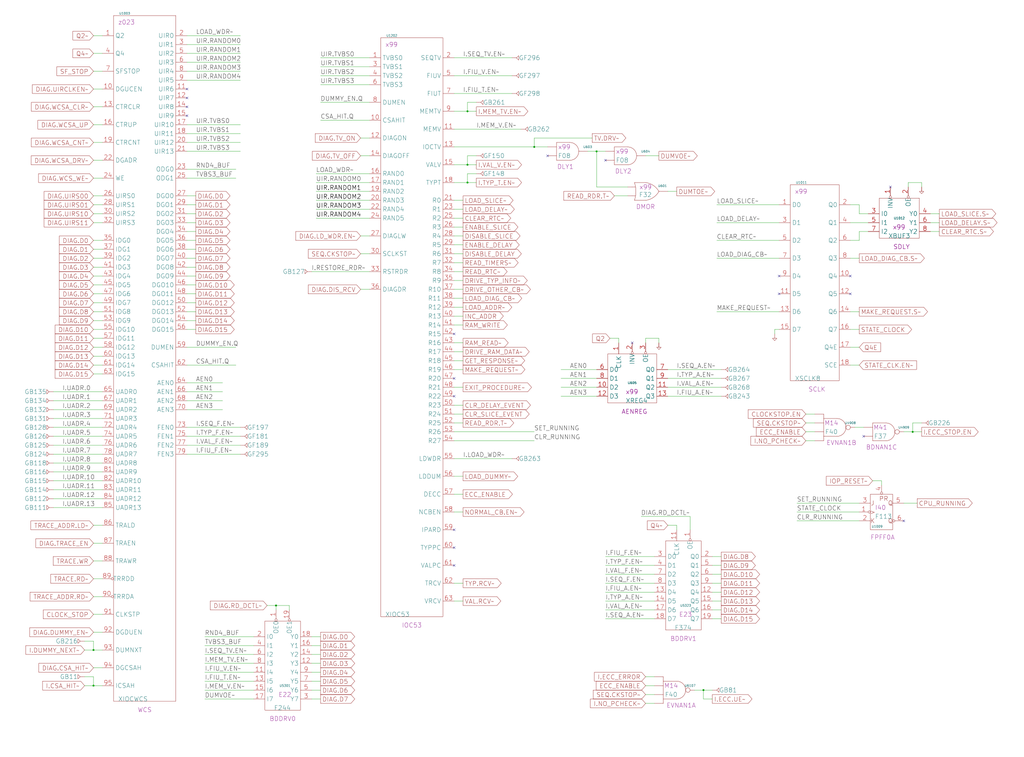
<source format=kicad_sch>
(kicad_sch (version 20230121) (generator eeschema)
  (paper "User" 584.2 431.8)
  (title_block (title "CONTROL STORE\\nRAMS / UIR") (date "22-SEP-90") (rev "2.0") (comment 1 "IOC") (comment 2 "232-003061") (comment 3 "S400") (comment 4 "RELEASED"))
  (junction (at 266.7 93.98))
  (junction (at 520.7 246.38))
  (junction (at 401.32 393.7))
  (junction (at 266.7 63.5))
  (junction (at 304.8 83.82))
  (junction (at 157.48 345.44))
  (junction (at 53.34 370.84))
  (junction (at 53.34 391.16))
  (junction (at 340.36 86.36))
  (junction (at 266.7 104.14))
  (no_connect (at 444.5 157.48))
  (no_connect (at 106.68 50.8))
  (no_connect (at 259.08 215.9))
  (no_connect (at 360.68 195.58))
  (no_connect (at 259.08 226.06))
  (no_connect (at 485.14 167.64))
  (no_connect (at 485.14 157.48))
  (no_connect (at 444.5 167.64))
  (no_connect (at 259.08 322.58))
  (no_connect (at 508 106.68))
  (no_connect (at 106.68 55.88))
  (no_connect (at 106.68 60.96))
  (no_connect (at 259.08 302.26))
  (no_connect (at 106.68 66.04))
  (no_connect (at 312.42 88.9))
  (no_connect (at 345.44 91.44))
  (no_connect (at 492.76 248.92))
  (no_connect (at 515.62 297.18))
  (no_connect (at 259.08 312.42))
  (no_connect (at 259.08 190.5))
  (wire (pts (xy 259.08 154.94) (xy 264.16 154.94)))
  (wire (pts (xy 259.08 53.34) (xy 292.1 53.34)))
  (wire (pts (xy 320.04 210.82) (xy 340.36 210.82)))
  (wire (pts (xy 106.68 76.2) (xy 137.16 76.2)))
  (wire (pts (xy 495.3 132.08) (xy 490.22 132.08)))
  (wire (pts (xy 53.34 213.36) (xy 58.42 213.36)))
  (wire (pts (xy 266.7 104.14) (xy 271.78 104.14)))
  (wire (pts (xy 485.14 177.8) (xy 490.22 177.8)))
  (wire (pts (xy 368.3 88.9) (xy 375.92 88.9)))
  (wire (pts (xy 30.48 264.16) (xy 58.42 264.16)))
  (wire (pts (xy 53.34 127) (xy 58.42 127)))
  (wire (pts (xy 53.34 193.04) (xy 58.42 193.04)))
  (wire (pts (xy 259.08 165.1) (xy 264.16 165.1)))
  (wire (pts (xy 340.36 86.36) (xy 345.44 86.36)))
  (wire (pts (xy 106.68 233.68) (xy 127 233.68)))
  (wire (pts (xy 401.32 398.78) (xy 401.32 393.7)))
  (wire (pts (xy 259.08 195.58) (xy 264.16 195.58)))
  (wire (pts (xy 259.08 170.18) (xy 264.16 170.18)))
  (wire (pts (xy 490.22 121.92) (xy 490.22 116.84)))
  (wire (pts (xy 53.34 50.8) (xy 58.42 50.8)))
  (wire (pts (xy 30.48 259.08) (xy 58.42 259.08)))
  (wire (pts (xy 205.74 78.74) (xy 210.82 78.74)))
  (wire (pts (xy 106.68 182.88) (xy 111.76 182.88)))
  (wire (pts (xy 259.08 281.94) (xy 264.16 281.94)))
  (wire (pts (xy 205.74 134.62) (xy 210.82 134.62)))
  (wire (pts (xy 53.34 370.84) (xy 53.34 365.76)))
  (wire (pts (xy 53.34 391.16) (xy 58.42 391.16)))
  (wire (pts (xy 368.3 193.04) (xy 368.3 195.58)))
  (wire (pts (xy 485.14 187.96) (xy 490.22 187.96)))
  (wire (pts (xy 259.08 332.74) (xy 264.16 332.74)))
  (wire (pts (xy 182.88 38.1) (xy 210.82 38.1)))
  (wire (pts (xy 259.08 114.3) (xy 264.16 114.3)))
  (wire (pts (xy 406.4 398.78) (xy 401.32 398.78)))
  (wire (pts (xy 530.86 127) (xy 535.94 127)))
  (wire (pts (xy 396.24 393.7) (xy 401.32 393.7)))
  (wire (pts (xy 180.34 99.06) (xy 210.82 99.06)))
  (wire (pts (xy 345.44 317.5) (xy 373.38 317.5)))
  (wire (pts (xy 406.4 322.58) (xy 411.48 322.58)))
  (wire (pts (xy 487.68 243.84) (xy 492.76 243.84)))
  (wire (pts (xy 266.7 99.06) (xy 271.78 99.06)))
  (wire (pts (xy 53.34 137.16) (xy 58.42 137.16)))
  (wire (pts (xy 502.92 274.32) (xy 502.92 276.86)))
  (wire (pts (xy 266.7 58.42) (xy 271.78 58.42)))
  (wire (pts (xy 106.68 243.84) (xy 137.16 243.84)))
  (wire (pts (xy 345.44 327.66) (xy 373.38 327.66)))
  (wire (pts (xy 454.66 297.18) (xy 490.22 297.18)))
  (wire (pts (xy 53.34 391.16) (xy 53.34 386.08)))
  (wire (pts (xy 259.08 83.82) (xy 304.8 83.82)))
  (wire (pts (xy 106.68 111.76) (xy 111.76 111.76)))
  (wire (pts (xy 106.68 35.56) (xy 137.16 35.56)))
  (wire (pts (xy 259.08 251.46) (xy 304.8 251.46)))
  (wire (pts (xy 406.4 317.5) (xy 411.48 317.5)))
  (wire (pts (xy 106.68 248.92) (xy 137.16 248.92)))
  (wire (pts (xy 106.68 187.96) (xy 111.76 187.96)))
  (wire (pts (xy 116.84 388.62) (xy 144.78 388.62)))
  (wire (pts (xy 106.68 25.4) (xy 137.16 25.4)))
  (wire (pts (xy 53.34 177.8) (xy 58.42 177.8)))
  (wire (pts (xy 259.08 292.1) (xy 264.16 292.1)))
  (wire (pts (xy 304.8 83.82) (xy 312.42 83.82)))
  (wire (pts (xy 30.48 248.92) (xy 58.42 248.92)))
  (wire (pts (xy 116.84 363.22) (xy 144.78 363.22)))
  (wire (pts (xy 177.8 378.46) (xy 182.88 378.46)))
  (wire (pts (xy 106.68 45.72) (xy 137.16 45.72)))
  (wire (pts (xy 106.68 101.6) (xy 134.62 101.6)))
  (wire (pts (xy 30.48 228.6) (xy 58.42 228.6)))
  (wire (pts (xy 106.68 121.92) (xy 111.76 121.92)))
  (wire (pts (xy 320.04 215.9) (xy 340.36 215.9)))
  (wire (pts (xy 485.14 198.12) (xy 490.22 198.12)))
  (wire (pts (xy 116.84 373.38) (xy 144.78 373.38)))
  (wire (pts (xy 485.14 127) (xy 495.3 127)))
  (wire (pts (xy 48.26 370.84) (xy 53.34 370.84)))
  (wire (pts (xy 266.7 93.98) (xy 271.78 93.98)))
  (wire (pts (xy 304.8 78.74) (xy 304.8 83.82)))
  (wire (pts (xy 358.14 106.68) (xy 340.36 106.68)))
  (wire (pts (xy 53.34 381) (xy 58.42 381)))
  (wire (pts (xy 30.48 274.32) (xy 58.42 274.32)))
  (wire (pts (xy 381 210.82) (xy 411.48 210.82)))
  (wire (pts (xy 381 226.06) (xy 411.48 226.06)))
  (wire (pts (xy 30.48 243.84) (xy 58.42 243.84)))
  (wire (pts (xy 259.08 175.26) (xy 264.16 175.26)))
  (wire (pts (xy 53.34 20.32) (xy 58.42 20.32)))
  (wire (pts (xy 515.62 287.02) (xy 523.24 287.02)))
  (wire (pts (xy 259.08 271.78) (xy 264.16 271.78)))
  (wire (pts (xy 381 215.9) (xy 411.48 215.9)))
  (wire (pts (xy 259.08 180.34) (xy 264.16 180.34)))
  (wire (pts (xy 345.44 337.82) (xy 373.38 337.82)))
  (wire (pts (xy 48.26 386.08) (xy 53.34 386.08)))
  (wire (pts (xy 502.92 274.32) (xy 497.84 274.32)))
  (wire (pts (xy 520.7 241.3) (xy 520.7 246.38)))
  (wire (pts (xy 205.74 165.1) (xy 210.82 165.1)))
  (wire (pts (xy 30.48 289.56) (xy 58.42 289.56)))
  (wire (pts (xy 53.34 370.84) (xy 58.42 370.84)))
  (wire (pts (xy 53.34 142.24) (xy 58.42 142.24)))
  (wire (pts (xy 177.8 154.94) (xy 210.82 154.94)))
  (wire (pts (xy 53.34 147.32) (xy 58.42 147.32)))
  (wire (pts (xy 53.34 40.64) (xy 58.42 40.64)))
  (wire (pts (xy 53.34 350.52) (xy 58.42 350.52)))
  (wire (pts (xy 106.68 167.64) (xy 111.76 167.64)))
  (wire (pts (xy 106.68 71.12) (xy 137.16 71.12)))
  (wire (pts (xy 53.34 330.2) (xy 58.42 330.2)))
  (wire (pts (xy 350.52 111.76) (xy 358.14 111.76)))
  (wire (pts (xy 259.08 160.02) (xy 264.16 160.02)))
  (wire (pts (xy 53.34 208.28) (xy 58.42 208.28)))
  (wire (pts (xy 485.14 116.84) (xy 490.22 116.84)))
  (wire (pts (xy 106.68 81.28) (xy 137.16 81.28)))
  (wire (pts (xy 530.86 121.92) (xy 535.94 121.92)))
  (wire (pts (xy 106.68 20.32) (xy 137.16 20.32)))
  (wire (pts (xy 182.88 48.26) (xy 210.82 48.26)))
  (wire (pts (xy 182.88 43.18) (xy 210.82 43.18)))
  (wire (pts (xy 53.34 91.44) (xy 58.42 91.44)))
  (wire (pts (xy 180.34 119.38) (xy 210.82 119.38)))
  (wire (pts (xy 157.48 347.98) (xy 157.48 345.44)))
  (wire (pts (xy 259.08 33.02) (xy 292.1 33.02)))
  (wire (pts (xy 406.4 327.66) (xy 411.48 327.66)))
  (wire (pts (xy 53.34 101.6) (xy 58.42 101.6)))
  (wire (pts (xy 53.34 182.88) (xy 58.42 182.88)))
  (wire (pts (xy 368.3 386.08) (xy 373.38 386.08)))
  (wire (pts (xy 459.74 251.46) (xy 464.82 251.46)))
  (wire (pts (xy 259.08 129.54) (xy 264.16 129.54)))
  (wire (pts (xy 30.48 269.24) (xy 58.42 269.24)))
  (wire (pts (xy 368.3 391.16) (xy 373.38 391.16)))
  (wire (pts (xy 408.94 137.16) (xy 444.5 137.16)))
  (wire (pts (xy 205.74 88.9) (xy 210.82 88.9)))
  (wire (pts (xy 406.4 347.98) (xy 411.48 347.98)))
  (wire (pts (xy 259.08 246.38) (xy 304.8 246.38)))
  (wire (pts (xy 177.8 388.62) (xy 182.88 388.62)))
  (wire (pts (xy 30.48 233.68) (xy 58.42 233.68)))
  (wire (pts (xy 106.68 259.08) (xy 137.16 259.08)))
  (wire (pts (xy 106.68 127) (xy 111.76 127)))
  (wire (pts (xy 180.34 109.22) (xy 210.82 109.22)))
  (wire (pts (xy 406.4 337.82) (xy 411.48 337.82)))
  (wire (pts (xy 177.8 393.7) (xy 182.88 393.7)))
  (wire (pts (xy 259.08 139.7) (xy 264.16 139.7)))
  (wire (pts (xy 259.08 134.62) (xy 264.16 134.62)))
  (wire (pts (xy 106.68 254) (xy 137.16 254)))
  (wire (pts (xy 106.68 142.24) (xy 111.76 142.24)))
  (wire (pts (xy 459.74 236.22) (xy 464.82 236.22)))
  (wire (pts (xy 116.84 393.7) (xy 144.78 393.7)))
  (wire (pts (xy 259.08 104.14) (xy 266.7 104.14)))
  (wire (pts (xy 406.4 353.06) (xy 411.48 353.06)))
  (wire (pts (xy 106.68 40.64) (xy 137.16 40.64)))
  (wire (pts (xy 53.34 116.84) (xy 58.42 116.84)))
  (wire (pts (xy 30.48 279.4) (xy 58.42 279.4)))
  (wire (pts (xy 53.34 198.12) (xy 58.42 198.12)))
  (wire (pts (xy 515.62 246.38) (xy 520.7 246.38)))
  (wire (pts (xy 266.7 63.5) (xy 271.78 63.5)))
  (wire (pts (xy 259.08 231.14) (xy 264.16 231.14)))
  (wire (pts (xy 106.68 177.8) (xy 111.76 177.8)))
  (wire (pts (xy 53.34 30.48) (xy 58.42 30.48)))
  (wire (pts (xy 165.1 345.44) (xy 157.48 345.44)))
  (wire (pts (xy 53.34 203.2) (xy 58.42 203.2)))
  (wire (pts (xy 53.34 111.76) (xy 58.42 111.76)))
  (wire (pts (xy 495.3 121.92) (xy 490.22 121.92)))
  (wire (pts (xy 177.8 368.3) (xy 182.88 368.3)))
  (wire (pts (xy 485.14 137.16) (xy 490.22 137.16)))
  (wire (pts (xy 53.34 71.12) (xy 58.42 71.12)))
  (wire (pts (xy 53.34 172.72) (xy 58.42 172.72)))
  (wire (pts (xy 520.7 241.3) (xy 525.78 241.3)))
  (wire (pts (xy 375.92 193.04) (xy 368.3 193.04)))
  (wire (pts (xy 259.08 200.66) (xy 264.16 200.66)))
  (wire (pts (xy 259.08 236.22) (xy 264.16 236.22)))
  (wire (pts (xy 116.84 383.54) (xy 144.78 383.54)))
  (wire (pts (xy 259.08 205.74) (xy 264.16 205.74)))
  (wire (pts (xy 337.82 78.74) (xy 304.8 78.74)))
  (wire (pts (xy 53.34 157.48) (xy 58.42 157.48)))
  (wire (pts (xy 180.34 124.46) (xy 210.82 124.46)))
  (wire (pts (xy 259.08 119.38) (xy 264.16 119.38)))
  (wire (pts (xy 165.1 347.98) (xy 165.1 345.44)))
  (wire (pts (xy 368.3 401.32) (xy 373.38 401.32)))
  (wire (pts (xy 345.44 353.06) (xy 373.38 353.06)))
  (wire (pts (xy 180.34 114.3) (xy 210.82 114.3)))
  (wire (pts (xy 408.94 127) (xy 444.5 127)))
  (wire (pts (xy 259.08 241.3) (xy 264.16 241.3)))
  (wire (pts (xy 106.68 132.08) (xy 111.76 132.08)))
  (wire (pts (xy 53.34 309.88) (xy 58.42 309.88)))
  (wire (pts (xy 53.34 340.36) (xy 58.42 340.36)))
  (wire (pts (xy 106.68 147.32) (xy 111.76 147.32)))
  (wire (pts (xy 266.7 88.9) (xy 271.78 88.9)))
  (wire (pts (xy 345.44 342.9) (xy 373.38 342.9)))
  (wire (pts (xy 345.44 347.98) (xy 373.38 347.98)))
  (wire (pts (xy 53.34 60.96) (xy 58.42 60.96)))
  (wire (pts (xy 266.7 63.5) (xy 266.7 58.42)))
  (wire (pts (xy 182.88 68.58) (xy 210.82 68.58)))
  (wire (pts (xy 454.66 287.02) (xy 490.22 287.02)))
  (wire (pts (xy 406.4 342.9) (xy 411.48 342.9)))
  (wire (pts (xy 525.78 106.68) (xy 525.78 104.14)))
  (wire (pts (xy 116.84 378.46) (xy 144.78 378.46)))
  (wire (pts (xy 259.08 124.46) (xy 264.16 124.46)))
  (wire (pts (xy 259.08 93.98) (xy 266.7 93.98)))
  (wire (pts (xy 53.34 81.28) (xy 58.42 81.28)))
  (wire (pts (xy 530.86 132.08) (xy 535.94 132.08)))
  (wire (pts (xy 106.68 162.56) (xy 111.76 162.56)))
  (wire (pts (xy 53.34 167.64) (xy 58.42 167.64)))
  (wire (pts (xy 106.68 116.84) (xy 111.76 116.84)))
  (wire (pts (xy 48.26 365.76) (xy 53.34 365.76)))
  (wire (pts (xy 53.34 121.92) (xy 58.42 121.92)))
  (wire (pts (xy 53.34 152.4) (xy 58.42 152.4)))
  (wire (pts (xy 347.98 193.04) (xy 353.06 193.04)))
  (wire (pts (xy 454.66 292.1) (xy 490.22 292.1)))
  (wire (pts (xy 30.48 254) (xy 58.42 254)))
  (wire (pts (xy 375.92 195.58) (xy 375.92 193.04)))
  (wire (pts (xy 393.7 302.26) (xy 393.7 294.64)))
  (wire (pts (xy 106.68 208.28) (xy 134.62 208.28)))
  (wire (pts (xy 106.68 223.52) (xy 127 223.52)))
  (wire (pts (xy 408.94 177.8) (xy 444.5 177.8)))
  (wire (pts (xy 205.74 144.78) (xy 210.82 144.78)))
  (wire (pts (xy 30.48 238.76) (xy 58.42 238.76)))
  (wire (pts (xy 106.68 86.36) (xy 137.16 86.36)))
  (wire (pts (xy 177.8 363.22) (xy 182.88 363.22)))
  (wire (pts (xy 53.34 299.72) (xy 58.42 299.72)))
  (wire (pts (xy 259.08 261.62) (xy 292.1 261.62)))
  (wire (pts (xy 444.5 187.96) (xy 441.96 187.96)))
  (wire (pts (xy 408.94 147.32) (xy 444.5 147.32)))
  (wire (pts (xy 266.7 88.9) (xy 266.7 93.98)))
  (wire (pts (xy 177.8 373.38) (xy 182.88 373.38)))
  (wire (pts (xy 180.34 104.14) (xy 210.82 104.14)))
  (wire (pts (xy 335.28 86.36) (xy 340.36 86.36)))
  (wire (pts (xy 320.04 220.98) (xy 340.36 220.98)))
  (wire (pts (xy 30.48 223.52) (xy 58.42 223.52)))
  (wire (pts (xy 266.7 99.06) (xy 266.7 104.14)))
  (wire (pts (xy 116.84 398.78) (xy 144.78 398.78)))
  (wire (pts (xy 182.88 58.42) (xy 210.82 58.42)))
  (wire (pts (xy 525.78 104.14) (xy 518.16 104.14)))
  (wire (pts (xy 116.84 368.3) (xy 144.78 368.3)))
  (wire (pts (xy 259.08 73.66) (xy 297.18 73.66)))
  (wire (pts (xy 345.44 332.74) (xy 373.38 332.74)))
  (wire (pts (xy 48.26 391.16) (xy 53.34 391.16)))
  (wire (pts (xy 106.68 198.12) (xy 134.62 198.12)))
  (wire (pts (xy 106.68 218.44) (xy 127 218.44)))
  (wire (pts (xy 381 220.98) (xy 411.48 220.98)))
  (wire (pts (xy 353.06 193.04) (xy 353.06 195.58)))
  (wire (pts (xy 259.08 185.42) (xy 264.16 185.42)))
  (wire (pts (xy 485.14 147.32) (xy 490.22 147.32)))
  (wire (pts (xy 53.34 320.04) (xy 58.42 320.04)))
  (wire (pts (xy 106.68 152.4) (xy 111.76 152.4)))
  (wire (pts (xy 368.3 396.24) (xy 373.38 396.24)))
  (wire (pts (xy 441.96 187.96) (xy 441.96 190.5)))
  (wire (pts (xy 177.8 383.54) (xy 182.88 383.54)))
  (wire (pts (xy 259.08 63.5) (xy 266.7 63.5)))
  (wire (pts (xy 459.74 241.3) (xy 464.82 241.3)))
  (wire (pts (xy 259.08 342.9) (xy 264.16 342.9)))
  (wire (pts (xy 106.68 228.6) (xy 127 228.6)))
  (wire (pts (xy 408.94 116.84) (xy 444.5 116.84)))
  (wire (pts (xy 53.34 162.56) (xy 58.42 162.56)))
  (wire (pts (xy 259.08 149.86) (xy 264.16 149.86)))
  (wire (pts (xy 490.22 132.08) (xy 490.22 137.16)))
  (wire (pts (xy 518.16 104.14) (xy 518.16 106.68)))
  (wire (pts (xy 106.68 30.48) (xy 137.16 30.48)))
  (wire (pts (xy 157.48 345.44) (xy 152.4 345.44)))
  (wire (pts (xy 485.14 208.28) (xy 490.22 208.28)))
  (wire (pts (xy 259.08 220.98) (xy 264.16 220.98)))
  (wire (pts (xy 259.08 144.78) (xy 264.16 144.78)))
  (wire (pts (xy 386.08 302.26) (xy 386.08 299.72)))
  (wire (pts (xy 525.78 246.38) (xy 520.7 246.38)))
  (wire (pts (xy 106.68 137.16) (xy 111.76 137.16)))
  (wire (pts (xy 53.34 187.96) (xy 58.42 187.96)))
  (wire (pts (xy 320.04 226.06) (xy 340.36 226.06)))
  (wire (pts (xy 30.48 284.48) (xy 58.42 284.48)))
  (wire (pts (xy 182.88 33.02) (xy 210.82 33.02)))
  (wire (pts (xy 106.68 96.52) (xy 134.62 96.52)))
  (wire (pts (xy 259.08 210.82) (xy 264.16 210.82)))
  (wire (pts (xy 459.74 246.38) (xy 464.82 246.38)))
  (wire (pts (xy 106.68 157.48) (xy 111.76 157.48)))
  (wire (pts (xy 259.08 43.18) (xy 292.1 43.18)))
  (wire (pts (xy 177.8 398.78) (xy 182.88 398.78)))
  (wire (pts (xy 381 109.22) (xy 386.08 109.22)))
  (wire (pts (xy 345.44 322.58) (xy 373.38 322.58)))
  (wire (pts (xy 401.32 393.7) (xy 406.4 393.7)))
  (wire (pts (xy 340.36 106.68) (xy 340.36 86.36)))
  (wire (pts (xy 406.4 332.74) (xy 411.48 332.74)))
  (wire (pts (xy 381 299.72) (xy 386.08 299.72)))
  (wire (pts (xy 106.68 172.72) (xy 111.76 172.72)))
  (wire (pts (xy 53.34 360.68) (xy 58.42 360.68)))
  (wire (pts (xy 393.7 294.64) (xy 365.76 294.64)))
  (label "I.UADR.5" (at 35.56 248.92 0) (effects (font (size 2.54 2.54))))
  (label "AEN2" (at 111.76 228.6 0) (effects (font (size 2.54 2.54))))
  (label "I.UADR.11" (at 35.56 279.4 0) (effects (font (size 2.54 2.54))))
  (label "LOAD_WDR~" (at 111.76 20.32 0) (effects (font (size 2.54 2.54))))
  (label "I.VAL_F.EN~" (at 345.44 327.66 0) (effects (font (size 2.54 2.54))))
  (label "I.TYP_A.EN~" (at 345.44 342.9 0) (effects (font (size 2.54 2.54))))
  (label "I.UADR.12" (at 35.56 284.48 0) (effects (font (size 2.54 2.54))))
  (label "RND4_BUF" (at 111.76 96.52 0) (effects (font (size 2.54 2.54))))
  (label "UIR.TVBS1" (at 182.88 38.1 0) (effects (font (size 2.54 2.54))))
  (label "I.FIU_A.EN~" (at 345.44 337.82 0) (effects (font (size 2.54 2.54))))
  (label "AEN1" (at 325.12 215.9 0) (effects (font (size 2.54 2.54))))
  (label "I.FIU_A.EN~" (at 386.08 226.06 0) (effects (font (size 2.54 2.54))))
  (label "I.SEQ_F.EN~" (at 111.76 243.84 0) (effects (font (size 2.54 2.54))))
  (label "UIR.RANDOM4" (at 180.34 124.46 0) (effects (font (size 2.54 2.54))))
  (label "I.TYP_F.EN~" (at 345.44 322.58 0) (effects (font (size 2.54 2.54))))
  (label "AEN2" (at 325.12 220.98 0) (effects (font (size 2.54 2.54))))
  (label "UIR.RANDOM3" (at 111.76 40.64 0) (effects (font (size 2.54 2.54))))
  (label "LOAD_WDR~" (at 180.34 99.06 0) (effects (font (size 2.54 2.54))))
  (label "I.SEQ_TV.EN~" (at 116.84 373.38 0) (effects (font (size 2.54 2.54))))
  (label "I.UADR.10" (at 35.56 274.32 0) (effects (font (size 2.54 2.54))))
  (label "UIR.TVBS3" (at 182.88 48.26 0) (effects (font (size 2.54 2.54))))
  (label "UIR.RANDOM4" (at 111.76 45.72 0) (effects (font (size 2.54 2.54))))
  (label "CLEAR_RTC~" (at 408.94 137.16 0) (effects (font (size 2.54 2.54))))
  (label "UIR.RANDOM1" (at 111.76 30.48 0) (effects (font (size 2.54 2.54))))
  (label "I.UADR.13" (at 35.56 289.56 0) (effects (font (size 2.54 2.54))))
  (label "I.TYP_A.EN~" (at 386.08 215.9 0) (effects (font (size 2.54 2.54))))
  (label "SET_RUNNING" (at 304.8 246.38 0) (effects (font (size 2.54 2.54))))
  (label "I.RESTORE_RDR~" (at 177.8 154.94 0) (effects (font (size 2.54 2.54))))
  (label "DUMMY_EN.Q" (at 182.88 58.42 0) (effects (font (size 2.54 2.54))))
  (label "LOAD_DIAG_CB~" (at 408.94 147.32 0) (effects (font (size 2.54 2.54))))
  (label "I.SEQ_F.EN~" (at 345.44 332.74 0) (effects (font (size 2.54 2.54))))
  (label "I.SEQ_A.EN~" (at 386.08 210.82 0) (effects (font (size 2.54 2.54))))
  (label "I.FIU_T.EN~" (at 264.16 53.34 0) (effects (font (size 2.54 2.54))))
  (label "UIR.TVBS2" (at 182.88 43.18 0) (effects (font (size 2.54 2.54))))
  (label "I.SEQ_A.EN~" (at 345.44 353.06 0) (effects (font (size 2.54 2.54))))
  (label "I.MEM_TV.EN~" (at 116.84 378.46 0) (effects (font (size 2.54 2.54))))
  (label "STATE_CLOCK" (at 454.66 292.1 0) (effects (font (size 2.54 2.54))))
  (label "DUMMY_EN.Q" (at 111.76 198.12 0) (effects (font (size 2.54 2.54))))
  (label "I.UADR.7" (at 35.56 259.08 0) (effects (font (size 2.54 2.54))))
  (label "CLR_RUNNING" (at 304.8 251.46 0) (effects (font (size 2.54 2.54))))
  (label "AEN3" (at 111.76 233.68 0) (effects (font (size 2.54 2.54))))
  (label "UIR.TVBS0" (at 182.88 33.02 0) (effects (font (size 2.54 2.54))))
  (label "UIR.RANDOM0" (at 111.76 25.4 0) (effects (font (size 2.54 2.54))))
  (label "I.LOAD_WDR~" (at 264.16 261.62 0) (effects (font (size 2.54 2.54))))
  (label "RND4_BUF" (at 116.84 363.22 0) (effects (font (size 2.54 2.54))))
  (label "I.UADR.3" (at 35.56 238.76 0) (effects (font (size 2.54 2.54))))
  (label "I.FIU_T.EN~" (at 116.84 388.62 0) (effects (font (size 2.54 2.54))))
  (label "UIR.RANDOM3" (at 180.34 119.38 0) (effects (font (size 2.54 2.54))))
  (label "AEN0" (at 325.12 210.82 0) (effects (font (size 2.54 2.54))))
  (label "I.MEM_V.EN~" (at 271.78 73.66 0) (effects (font (size 2.54 2.54))))
  (label "UIR.TVBS1" (at 111.76 76.2 0) (effects (font (size 2.54 2.54))))
  (label "MAKE_REQUEST~" (at 408.94 177.8 0) (effects (font (size 2.54 2.54))))
  (label "DIAG.RD_DCTL~" (at 365.76 294.64 0) (effects (font (size 2.54 2.54))))
  (label "CSA_HIT.Q" (at 182.88 68.58 0) (effects (font (size 2.54 2.54))))
  (label "UIR.RANDOM2" (at 180.34 114.3 0) (effects (font (size 2.54 2.54))))
  (label "DUMVOE~" (at 116.84 398.78 0) (effects (font (size 2.54 2.54))))
  (label "I.FIU_V.EN~" (at 264.16 43.18 0) (effects (font (size 2.54 2.54))))
  (label "I.UADR.8" (at 35.56 264.16 0) (effects (font (size 2.54 2.54))))
  (label "I.UADR.4" (at 35.56 243.84 0) (effects (font (size 2.54 2.54))))
  (label "UIR.RANDOM0" (at 180.34 104.14 0) (effects (font (size 2.54 2.54))))
  (label "I.MEM_V.EN~" (at 116.84 393.7 0) (effects (font (size 2.54 2.54))))
  (label "I.TYP_F.EN~" (at 111.76 248.92 0) (effects (font (size 2.54 2.54))))
  (label "I.VAL_A.EN~" (at 386.08 220.98 0) (effects (font (size 2.54 2.54))))
  (label "UIR.RANDOM2" (at 180.34 114.3 0) (effects (font (size 2.54 2.54))))
  (label "UIR.TVBS0" (at 111.76 71.12 0) (effects (font (size 2.54 2.54))))
  (label "I.FIU_F.EN~" (at 111.76 259.08 0) (effects (font (size 2.54 2.54))))
  (label "LOAD_DELAY~" (at 408.94 127 0) (effects (font (size 2.54 2.54))))
  (label "I.UADR.9" (at 35.56 269.24 0) (effects (font (size 2.54 2.54))))
  (label "UIR.RANDOM1" (at 180.34 109.22 0) (effects (font (size 2.54 2.54))))
  (label "LOAD_SLICE~" (at 408.94 116.84 0) (effects (font (size 2.54 2.54))))
  (label "I.UADR.1" (at 35.56 228.6 0) (effects (font (size 2.54 2.54))))
  (label "I.UADR.2" (at 35.56 233.68 0) (effects (font (size 2.54 2.54))))
  (label "I.UADR.6" (at 35.56 254 0) (effects (font (size 2.54 2.54))))
  (label "CLR_RUNNING" (at 454.66 297.18 0) (effects (font (size 2.54 2.54))))
  (label "I.SEQ_TV.EN~" (at 264.16 33.02 0) (effects (font (size 2.54 2.54))))
  (label "AEN3" (at 325.12 226.06 0) (effects (font (size 2.54 2.54))))
  (label "AEN0" (at 111.76 218.44 0) (effects (font (size 2.54 2.54))))
  (label "SET_RUNNING" (at 454.66 287.02 0) (effects (font (size 2.54 2.54))))
  (label "UIR.TVBS3" (at 111.76 86.36 0) (effects (font (size 2.54 2.54))))
  (label "I.VAL_A.EN~" (at 345.44 347.98 0) (effects (font (size 2.54 2.54))))
  (label "I.FIU_F.EN~" (at 345.44 317.5 0) (effects (font (size 2.54 2.54))))
  (label "I.UADR.0" (at 35.56 223.52 0) (effects (font (size 2.54 2.54))))
  (label "I.VAL_F.EN~" (at 111.76 254 0) (effects (font (size 2.54 2.54))))
  (label "TVBS3_BUF" (at 111.76 101.6 0) (effects (font (size 2.54 2.54))))
  (label "UIR.RANDOM3" (at 180.34 119.38 0) (effects (font (size 2.54 2.54))))
  (label "CSA_HIT.Q" (at 111.76 208.28 0) (effects (font (size 2.54 2.54))))
  (label "UIR.RANDOM1" (at 180.34 109.22 0) (effects (font (size 2.54 2.54))))
  (label "I.FIU_V.EN~" (at 116.84 383.54 0) (effects (font (size 2.54 2.54))))
  (label "UIR.TVBS2" (at 111.76 81.28 0) (effects (font (size 2.54 2.54))))
  (label "UIR.RANDOM4" (at 180.34 124.46 0) (effects (font (size 2.54 2.54))))
  (label "TVBS3_BUF" (at 116.84 368.3 0) (effects (font (size 2.54 2.54))))
  (label "AEN1" (at 111.76 223.52 0) (effects (font (size 2.54 2.54))))
  (label "UIR.RANDOM2" (at 111.76 35.56 0) (effects (font (size 2.54 2.54))))
  (global_label "SF_STOP" (shape input) (at 53.34 40.64 180) (effects (font (size 2.54 2.54))) (property "Intersheetrefs" "${INTERSHEET_REFS}" (at 32.4273 40.7987 0) (effects (font (size 1.905 1.905)) (justify right))))
  (global_label "DIAG.D3" (shape output) (at 182.88 378.46 0) (effects (font (size 2.54 2.54))) (property "Intersheetrefs" "${INTERSHEET_REFS}" (at 203.5161 378.46 0) (effects (justify left))))
  (global_label "LOAD_DUMMY~" (shape output) (at 264.16 271.78 0) (effects (font (size 2.54 2.54))) (property "Intersheetrefs" "${INTERSHEET_REFS}" (at 296.5287 271.78 0) (effects (justify left))))
  (global_label "SEQ.CKSTOP~" (shape input) (at 205.74 144.78 180) (effects (font (size 2.54 2.54))) (property "Intersheetrefs" "${INTERSHEET_REFS}" (at 175.8769 144.6213 0) (effects (font (size 1.905 1.905)) (justify right))))
  (global_label "I.CSA_HIT~" (shape input) (at 48.26 391.16 180) (effects (font (size 2.54 2.54))) (property "Intersheetrefs" "${INTERSHEET_REFS}" (at 24.3235 391.0013 0) (effects (font (size 1.905 1.905)) (justify right))))
  (global_label "EXIT_PROCEDURE~" (shape output) (at 264.16 220.98 0) (effects (font (size 2.54 2.54))) (property "Intersheetrefs" "${INTERSHEET_REFS}" (at 303.2155 220.8213 0) (effects (font (size 1.905 1.905)) (justify left))))
  (global_label "DIAG.D11" (shape output) (at 111.76 167.64 0) (effects (font (size 2.54 2.54))) (property "Intersheetrefs" "${INTERSHEET_REFS}" (at 132.3961 167.64 0) (effects (justify left))))
  (global_label "I.NO_PCHECK~" (shape input) (at 368.3 401.32 180) (effects (font (size 2.54 2.54))) (property "Intersheetrefs" "${INTERSHEET_REFS}" (at 336.8645 401.1613 0) (effects (font (size 1.905 1.905)) (justify right))))
  (global_label "DIAG.TV_ON" (shape input) (at 205.74 78.74 180) (effects (font (size 2.54 2.54))) (property "Intersheetrefs" "${INTERSHEET_REFS}" (at 179.8683 78.5813 0) (effects (font (size 1.905 1.905)) (justify right))))
  (global_label "TRACE.RD~" (shape input) (at 53.34 330.2 180) (effects (font (size 2.54 2.54))) (property "Intersheetrefs" "${INTERSHEET_REFS}" (at 28.9197 330.0413 0) (effects (font (size 1.905 1.905)) (justify right))))
  (global_label "DIAG.D7" (shape output) (at 182.88 398.78 0) (effects (font (size 2.54 2.54))) (property "Intersheetrefs" "${INTERSHEET_REFS}" (at 203.5161 398.78 0) (effects (justify left))))
  (global_label "GET_RESPONSE~" (shape output) (at 264.16 205.74 0) (effects (font (size 2.54 2.54))) (property "Intersheetrefs" "${INTERSHEET_REFS}" (at 299.345 205.5813 0) (effects (font (size 1.905 1.905)) (justify left))))
  (global_label "I.MEM_TV.EN~" (shape output) (at 271.78 63.5 0) (effects (font (size 2.54 2.54))) (property "Intersheetrefs" "${INTERSHEET_REFS}" (at 301.0384 63.3413 0) (effects (font (size 1.905 1.905)) (justify left))))
  (global_label "LOAD_DELAY~" (shape output) (at 264.16 119.38 0) (effects (font (size 2.54 2.54))) (property "Intersheetrefs" "${INTERSHEET_REFS}" (at 293.4184 119.2213 0) (effects (font (size 1.905 1.905)) (justify left))))
  (global_label "SEQ.CKSTOP~" (shape input) (at 368.3 396.24 180) (effects (font (size 2.54 2.54))) (property "Intersheetrefs" "${INTERSHEET_REFS}" (at 338.4369 396.0813 0) (effects (font (size 1.905 1.905)) (justify right))))
  (global_label "LOAD_SLICE~" (shape output) (at 264.16 114.3 0) (effects (font (size 2.54 2.54))) (property "Intersheetrefs" "${INTERSHEET_REFS}" (at 292.6927 114.1413 0) (effects (font (size 1.905 1.905)) (justify left))))
  (global_label "I.ECC_STOP.EN" (shape output) (at 525.78 246.38 0) (effects (font (size 2.54 2.54))) (property "Intersheetrefs" "${INTERSHEET_REFS}" (at 558.0622 246.2213 0) (effects (font (size 1.905 1.905)) (justify left))))
  (global_label "DIAG.D1" (shape input) (at 53.34 142.24 180) (effects (font (size 2.54 2.54))) (property "Intersheetrefs" "${INTERSHEET_REFS}" (at 32.7039 142.24 0) (effects (justify right))))
  (global_label "CLR_DELAY_EVENT" (shape output) (at 264.16 231.14 0) (effects (font (size 2.54 2.54))) (property "Intersheetrefs" "${INTERSHEET_REFS}" (at 302.6108 230.9813 0) (effects (font (size 1.905 1.905)) (justify left))))
  (global_label "DIAG.D1" (shape output) (at 182.88 368.3 0) (effects (font (size 2.54 2.54))) (property "Intersheetrefs" "${INTERSHEET_REFS}" (at 203.5161 368.3 0) (effects (justify left))))
  (global_label "INC_ADDR" (shape output) (at 264.16 180.34 0) (effects (font (size 2.54 2.54))) (property "Intersheetrefs" "${INTERSHEET_REFS}" (at 287.1289 180.1813 0) (effects (font (size 1.905 1.905)) (justify left))))
  (global_label "DIAG.D9" (shape output) (at 411.48 322.58 0) (effects (font (size 2.54 2.54))) (property "Intersheetrefs" "${INTERSHEET_REFS}" (at 432.1161 322.58 0) (effects (justify left))))
  (global_label "TV.DRV~" (shape output) (at 337.82 78.74 0) (effects (font (size 2.54 2.54))) (property "Intersheetrefs" "${INTERSHEET_REFS}" (at 357.0393 78.5813 0) (effects (font (size 1.905 1.905)) (justify left))))
  (global_label "DISABLE_SLICE" (shape output) (at 264.16 134.62 0) (effects (font (size 2.54 2.54))) (property "Intersheetrefs" "${INTERSHEET_REFS}" (at 296.6841 134.4613 0) (effects (font (size 1.905 1.905)) (justify left))))
  (global_label "DIAG.DUMMY_EN~" (shape input) (at 53.34 360.68 180) (effects (font (size 2.54 2.54))) (property "Intersheetrefs" "${INTERSHEET_REFS}" (at 16.9454 360.5213 0) (effects (font (size 1.905 1.905)) (justify right))))
  (global_label "I.VAL_V.EN~" (shape output) (at 271.78 93.98 0) (effects (font (size 2.54 2.54))) (property "Intersheetrefs" "${INTERSHEET_REFS}" (at 297.5308 93.8213 0) (effects (font (size 1.905 1.905)) (justify left))))
  (global_label "DIAG.CSA_HIT~" (shape input) (at 53.34 381 180) (effects (font (size 2.54 2.54))) (property "Intersheetrefs" "${INTERSHEET_REFS}" (at 22.1464 380.8413 0) (effects (font (size 1.905 1.905)) (justify right))))
  (global_label "DIAG.D2" (shape output) (at 111.76 121.92 0) (effects (font (size 2.54 2.54))) (property "Intersheetrefs" "${INTERSHEET_REFS}" (at 132.3961 121.92 0) (effects (justify left))))
  (global_label "DIAG.D8" (shape output) (at 111.76 152.4 0) (effects (font (size 2.54 2.54))) (property "Intersheetrefs" "${INTERSHEET_REFS}" (at 132.3961 152.4 0) (effects (justify left))))
  (global_label "DIAG.TRACE_EN" (shape input) (at 53.34 309.88 180) (effects (font (size 2.54 2.54))) (property "Intersheetrefs" "${INTERSHEET_REFS}" (at 25.533 309.7213 0) (effects (font (size 1.905 1.905)) (justify right))))
  (global_label "NORMAL_CB.EN~" (shape output) (at 264.16 292.1 0) (effects (font (size 2.54 2.54))) (property "Intersheetrefs" "${INTERSHEET_REFS}" (at 300.1573 292.1 0) (effects (justify left))))
  (global_label "DIAG.RD_DCTL~" (shape input) (at 152.4 345.44 180) (effects (font (size 2.54 2.54))) (property "Intersheetrefs" "${INTERSHEET_REFS}" (at 119.9969 345.2813 0) (effects (font (size 1.905 1.905)) (justify right))))
  (global_label "DIAG.D14" (shape input) (at 53.34 208.28 180) (effects (font (size 2.54 2.54))) (property "Intersheetrefs" "${INTERSHEET_REFS}" (at 32.7039 208.28 0) (effects (justify right))))
  (global_label "DIAG.D6" (shape output) (at 182.88 393.7 0) (effects (font (size 2.54 2.54))) (property "Intersheetrefs" "${INTERSHEET_REFS}" (at 203.5161 393.7 0) (effects (justify left))))
  (global_label "DIAG.D13" (shape output) (at 411.48 342.9 0) (effects (font (size 2.54 2.54))) (property "Intersheetrefs" "${INTERSHEET_REFS}" (at 434.5351 342.9 0) (effects (justify left))))
  (global_label "DIAG.D7" (shape input) (at 53.34 172.72 180) (effects (font (size 2.54 2.54))) (property "Intersheetrefs" "${INTERSHEET_REFS}" (at 32.7039 172.72 0) (effects (justify right))))
  (global_label "DIAG.D15" (shape output) (at 111.76 187.96 0) (effects (font (size 2.54 2.54))) (property "Intersheetrefs" "${INTERSHEET_REFS}" (at 132.3961 187.96 0) (effects (justify left))))
  (global_label "DIAG.UIRS00" (shape input) (at 53.34 111.76 180) (effects (font (size 2.54 2.54))) (property "Intersheetrefs" "${INTERSHEET_REFS}" (at 25.1702 111.6013 0) (effects (font (size 1.905 1.905)) (justify right))))
  (global_label "DIAG.D3" (shape output) (at 111.76 127 0) (effects (font (size 2.54 2.54))) (property "Intersheetrefs" "${INTERSHEET_REFS}" (at 132.3961 127 0) (effects (justify left))))
  (global_label "MAKE_REQUEST.S~" (shape output) (at 490.22 177.8 0) (effects (font (size 2.54 2.54))) (property "Intersheetrefs" "${INTERSHEET_REFS}" (at 529.1546 177.6413 0) (effects (font (size 1.905 1.905)) (justify left))))
  (global_label "TRACE_ADDR.RD~" (shape input) (at 53.34 340.36 180) (effects (font (size 2.54 2.54))) (property "Intersheetrefs" "${INTERSHEET_REFS}" (at 17.1873 340.2013 0) (effects (font (size 1.905 1.905)) (justify right))))
  (global_label "DIAG.WCSA_CLR~" (shape input) (at 53.34 60.96 180) (effects (font (size 2.54 2.54))) (property "Intersheetrefs" "${INTERSHEET_REFS}" (at 17.913 60.8013 0) (effects (font (size 1.905 1.905)) (justify right))))
  (global_label "CLOCKSTOP.EN" (shape input) (at 459.74 236.22 180) (effects (font (size 2.54 2.54))) (property "Intersheetrefs" "${INTERSHEET_REFS}" (at 426.853 236.0613 0) (effects (font (size 1.905 1.905)) (justify right))))
  (global_label "READ_TIMERS~" (shape output) (at 264.16 149.86 0) (effects (font (size 2.54 2.54))) (property "Intersheetrefs" "${INTERSHEET_REFS}" (at 295.5955 149.7013 0) (effects (font (size 1.905 1.905)) (justify left))))
  (global_label "DIAG.D2" (shape input) (at 53.34 147.32 180) (effects (font (size 2.54 2.54))) (property "Intersheetrefs" "${INTERSHEET_REFS}" (at 32.7039 147.32 0) (effects (justify right))))
  (global_label "DIAG.WCSA_CNT~" (shape input) (at 53.34 81.28 180) (effects (font (size 2.54 2.54))) (property "Intersheetrefs" "${INTERSHEET_REFS}" (at 17.913 81.1213 0) (effects (font (size 1.905 1.905)) (justify right))))
  (global_label "DIAG.D8" (shape input) (at 53.34 177.8 180) (effects (font (size 2.54 2.54))) (property "Intersheetrefs" "${INTERSHEET_REFS}" (at 32.7039 177.8 0) (effects (justify right))))
  (global_label "DIAG.D1" (shape output) (at 111.76 116.84 0) (effects (font (size 2.54 2.54))) (property "Intersheetrefs" "${INTERSHEET_REFS}" (at 132.3961 116.84 0) (effects (justify left))))
  (global_label "DIAG.WCSA_UP" (shape input) (at 53.34 71.12 180) (effects (font (size 2.54 2.54))) (property "Intersheetrefs" "${INTERSHEET_REFS}" (at 21.6626 70.9613 0) (effects (font (size 1.905 1.905)) (justify right))))
  (global_label "TRACE.WR" (shape input) (at 53.34 320.04 180) (effects (font (size 2.54 2.54))) (property "Intersheetrefs" "${INTERSHEET_REFS}" (at 29.9901 319.8813 0) (effects (font (size 1.905 1.905)) (justify right))))
  (global_label "RAM_READ~" (shape output) (at 264.16 195.58 0) (effects (font (size 2.54 2.54))) (property "Intersheetrefs" "${INTERSHEET_REFS}" (at 289.9108 195.4213 0) (effects (font (size 1.905 1.905)) (justify left))))
  (global_label "ECC_ENABLE" (shape input) (at 459.74 246.38 180) (effects (font (size 2.54 2.54))) (property "Intersheetrefs" "${INTERSHEET_REFS}" (at 430.3952 246.38 0) (effects (justify right))))
  (global_label "Q4~" (shape input) (at 53.34 30.48 180) (effects (font (size 2.54 2.54))) (property "Intersheetrefs" "${INTERSHEET_REFS}" (at 35.4511 30.3213 0) (effects (font (size 1.905 1.905)) (justify right))))
  (global_label "DIAG.D10" (shape input) (at 53.34 187.96 180) (effects (font (size 2.54 2.54))) (property "Intersheetrefs" "${INTERSHEET_REFS}" (at 32.7039 187.96 0) (effects (justify right))))
  (global_label "DIAG.D2" (shape output) (at 182.88 373.38 0) (effects (font (size 2.54 2.54))) (property "Intersheetrefs" "${INTERSHEET_REFS}" (at 203.5161 373.38 0) (effects (justify left))))
  (global_label "DIAG.WCS_WE~" (shape input) (at 53.34 101.6 180) (effects (font (size 2.54 2.54))) (property "Intersheetrefs" "${INTERSHEET_REFS}" (at 22.0254 101.4413 0) (effects (font (size 1.905 1.905)) (justify right))))
  (global_label "Q4~" (shape input) (at 381 299.72 180) (effects (font (size 2.54 2.54))) (property "Intersheetrefs" "${INTERSHEET_REFS}" (at 368.1047 299.72 0) (effects (font (size 1.905 1.905)) (justify right))))
  (global_label "DIAG.D6" (shape input) (at 53.34 167.64 180) (effects (font (size 2.54 2.54))) (property "Intersheetrefs" "${INTERSHEET_REFS}" (at 32.7039 167.64 0) (effects (justify right))))
  (global_label "DIAG.D10" (shape output) (at 411.48 327.66 0) (effects (font (size 2.54 2.54))) (property "Intersheetrefs" "${INTERSHEET_REFS}" (at 434.5351 327.66 0) (effects (justify left))))
  (global_label "DIAG.D0" (shape input) (at 53.34 137.16 180) (effects (font (size 2.54 2.54))) (property "Intersheetrefs" "${INTERSHEET_REFS}" (at 32.7039 137.16 0) (effects (justify right))))
  (global_label "DIAG.D14" (shape output) (at 111.76 182.88 0) (effects (font (size 2.54 2.54))) (property "Intersheetrefs" "${INTERSHEET_REFS}" (at 132.3961 182.88 0) (effects (justify left))))
  (global_label "STATE_CLK.EN~" (shape input) (at 490.22 208.28 0) (effects (font (size 2.54 2.54))) (property "Intersheetrefs" "${INTERSHEET_REFS}" (at 522.865 208.1213 0) (effects (font (size 1.905 1.905)) (justify left))))
  (global_label "LOAD_ADDR~" (shape output) (at 264.16 175.26 0) (effects (font (size 2.54 2.54))) (property "Intersheetrefs" "${INTERSHEET_REFS}" (at 291.967 175.1013 0) (effects (font (size 1.905 1.905)) (justify left))))
  (global_label "CLR_SLICE_EVENT" (shape output) (at 264.16 236.22 0) (effects (font (size 2.54 2.54))) (property "Intersheetrefs" "${INTERSHEET_REFS}" (at 301.885 236.0613 0) (effects (font (size 1.905 1.905)) (justify left))))
  (global_label "DIAG.D9" (shape output) (at 111.76 157.48 0) (effects (font (size 2.54 2.54))) (property "Intersheetrefs" "${INTERSHEET_REFS}" (at 132.3961 157.48 0) (effects (justify left))))
  (global_label "DISABLE_DELAY" (shape output) (at 264.16 144.78 0) (effects (font (size 2.54 2.54))) (property "Intersheetrefs" "${INTERSHEET_REFS}" (at 297.4098 144.6213 0) (effects (font (size 1.905 1.905)) (justify left))))
  (global_label "ECC_ENABLE" (shape input) (at 368.3 391.16 180) (effects (font (size 2.54 2.54))) (property "Intersheetrefs" "${INTERSHEET_REFS}" (at 340.1302 391.0013 0) (effects (font (size 1.905 1.905)) (justify right))))
  (global_label "I.TYP_T.EN~" (shape output) (at 271.78 104.14 0) (effects (font (size 2.54 2.54))) (property "Intersheetrefs" "${INTERSHEET_REFS}" (at 297.5308 103.9813 0) (effects (font (size 1.905 1.905)) (justify left))))
  (global_label "IOP_RESET~" (shape input) (at 497.84 274.32 180) (effects (font (size 2.54 2.54))) (property "Intersheetrefs" "${INTERSHEET_REFS}" (at 471.3635 274.1613 0) (effects (font (size 1.905 1.905)) (justify right))))
  (global_label "DRIVE_OTHER_CB~" (shape output) (at 264.16 165.1 0) (effects (font (size 2.54 2.54))) (property "Intersheetrefs" "${INTERSHEET_REFS}" (at 302.6108 164.9413 0) (effects (font (size 1.905 1.905)) (justify left))))
  (global_label "CPU_RUNNING" (shape output) (at 523.24 287.02 0) (effects (font (size 2.54 2.54))) (property "Intersheetrefs" "${INTERSHEET_REFS}" (at 554.6755 286.8613 0) (effects (font (size 1.905 1.905)) (justify left))))
  (global_label "DIAG.D13" (shape input) (at 53.34 203.2 180) (effects (font (size 2.54 2.54))) (property "Intersheetrefs" "${INTERSHEET_REFS}" (at 32.7039 203.2 0) (effects (justify right))))
  (global_label "I.ECC.UE~" (shape output) (at 406.4 398.78 0) (effects (font (size 2.54 2.54))) (property "Intersheetrefs" "${INTERSHEET_REFS}" (at 430.181 398.78 0) (effects (justify left))))
  (global_label "LOAD_DIAG_CB~" (shape output) (at 264.16 170.18 0) (effects (font (size 2.54 2.54))) (property "Intersheetrefs" "${INTERSHEET_REFS}" (at 297.6517 170.0213 0) (effects (font (size 1.905 1.905)) (justify left))))
  (global_label "DUMTOE~" (shape output) (at 386.08 109.22 0) (effects (font (size 2.54 2.54))) (property "Intersheetrefs" "${INTERSHEET_REFS}" (at 407.0792 109.22 0) (effects (justify left))))
  (global_label "Q2" (shape input) (at 347.98 193.04 180) (effects (font (size 2.54 2.54))) (property "Intersheetrefs" "${INTERSHEET_REFS}" (at 336.899 193.04 0) (effects (font (size 1.905 1.905)) (justify right))))
  (global_label "DIAG.D5" (shape output) (at 182.88 388.62 0) (effects (font (size 2.54 2.54))) (property "Intersheetrefs" "${INTERSHEET_REFS}" (at 203.5161 388.62 0) (effects (justify left))))
  (global_label "LOAD_SLICE.S~" (shape output) (at 535.94 121.92 0) (effects (font (size 2.54 2.54))) (property "Intersheetrefs" "${INTERSHEET_REFS}" (at 568.1012 121.7613 0) (effects (font (size 1.905 1.905)) (justify left))))
  (global_label "READ_RDR.T~" (shape input) (at 350.52 111.76 180) (effects (font (size 2.54 2.54))) (property "Intersheetrefs" "${INTERSHEET_REFS}" (at 321.6245 111.6013 0) (effects (font (size 1.905 1.905)) (justify right))))
  (global_label "DIAG.D5" (shape input) (at 53.34 162.56 180) (effects (font (size 2.54 2.54))) (property "Intersheetrefs" "${INTERSHEET_REFS}" (at 32.7039 162.56 0) (effects (justify right))))
  (global_label "LOAD_DIAG_CB.S~" (shape output) (at 490.22 147.32 0) (effects (font (size 2.54 2.54))) (property "Intersheetrefs" "${INTERSHEET_REFS}" (at 527.3403 147.1613 0) (effects (font (size 1.905 1.905)) (justify left))))
  (global_label "DIAG.D5" (shape output) (at 111.76 137.16 0) (effects (font (size 2.54 2.54))) (property "Intersheetrefs" "${INTERSHEET_REFS}" (at 132.3961 137.16 0) (effects (justify left))))
  (global_label "I.NO_PCHECK~" (shape input) (at 459.74 251.46 180) (effects (font (size 2.54 2.54))) (property "Intersheetrefs" "${INTERSHEET_REFS}" (at 427.1294 251.46 0) (effects (justify right))))
  (global_label "ENABLE_SLICE" (shape output) (at 264.16 129.54 0) (effects (font (size 2.54 2.54))) (property "Intersheetrefs" "${INTERSHEET_REFS}" (at 295.4746 129.3813 0) (effects (font (size 1.905 1.905)) (justify left))))
  (global_label "DIAG.D7" (shape output) (at 111.76 147.32 0) (effects (font (size 2.54 2.54))) (property "Intersheetrefs" "${INTERSHEET_REFS}" (at 132.3961 147.32 0) (effects (justify left))))
  (global_label "DIAG.LD_WDR.EN~" (shape input) (at 205.74 134.62 180) (effects (font (size 2.54 2.54))) (property "Intersheetrefs" "${INTERSHEET_REFS}" (at 168.3597 134.4613 0) (effects (font (size 1.905 1.905)) (justify right))))
  (global_label "DIAG.DIS_RCV" (shape input) (at 205.74 165.1 180) (effects (font (size 2.54 2.54))) (property "Intersheetrefs" "${INTERSHEET_REFS}" (at 175.8769 164.9413 0) (effects (font (size 1.905 1.905)) (justify right))))
  (global_label "DIAG.D12" (shape output) (at 411.48 337.82 0) (effects (font (size 2.54 2.54))) (property "Intersheetrefs" "${INTERSHEET_REFS}" (at 434.5351 337.82 0) (effects (justify left))))
  (global_label "I.DUMMY_NEXT~" (shape input) (at 48.26 370.84 180) (effects (font (size 2.54 2.54))) (property "Intersheetrefs" "${INTERSHEET_REFS}" (at 14.7683 370.6813 0) (effects (font (size 1.905 1.905)) (justify right))))
  (global_label "DIAG.D11" (shape output) (at 411.48 332.74 0) (effects (font (size 2.54 2.54))) (property "Intersheetrefs" "${INTERSHEET_REFS}" (at 434.5351 332.74 0) (effects (justify left))))
  (global_label "DIAG.D0" (shape output) (at 182.88 363.22 0) (effects (font (size 2.54 2.54))) (property "Intersheetrefs" "${INTERSHEET_REFS}" (at 203.5161 363.22 0) (effects (justify left))))
  (global_label "ECC_ENABLE" (shape output) (at 264.16 281.94 0) (effects (font (size 2.54 2.54))) (property "Intersheetrefs" "${INTERSHEET_REFS}" (at 292.3298 281.7813 0) (effects (font (size 1.905 1.905)) (justify left))))
  (global_label "DIAG.D0" (shape output) (at 111.76 111.76 0) (effects (font (size 2.54 2.54))) (property "Intersheetrefs" "${INTERSHEET_REFS}" (at 132.3961 111.76 0) (effects (justify left))))
  (global_label "DIAG.D9" (shape input) (at 53.34 182.88 180) (effects (font (size 2.54 2.54))) (property "Intersheetrefs" "${INTERSHEET_REFS}" (at 32.7039 182.88 0) (effects (justify right))))
  (global_label "DIAG.D6" (shape output) (at 111.76 142.24 0) (effects (font (size 2.54 2.54))) (property "Intersheetrefs" "${INTERSHEET_REFS}" (at 132.3961 142.24 0) (effects (justify left))))
  (global_label "DIAG.D4" (shape output) (at 111.76 132.08 0) (effects (font (size 2.54 2.54))) (property "Intersheetrefs" "${INTERSHEET_REFS}" (at 132.3961 132.08 0) (effects (justify left))))
  (global_label "DIAG.D12" (shape input) (at 53.34 198.12 180) (effects (font (size 2.54 2.54))) (property "Intersheetrefs" "${INTERSHEET_REFS}" (at 32.7039 198.12 0) (effects (justify right))))
  (global_label "DIAG.D4" (shape output) (at 182.88 383.54 0) (effects (font (size 2.54 2.54))) (property "Intersheetrefs" "${INTERSHEET_REFS}" (at 203.5161 383.54 0) (effects (justify left))))
  (global_label "TYP.RCV~" (shape output) (at 264.16 332.74 0) (effects (font (size 2.54 2.54))) (property "Intersheetrefs" "${INTERSHEET_REFS}" (at 285.9193 332.5813 0) (effects (font (size 1.905 1.905)) (justify left))))
  (global_label "DIAG.D10" (shape output) (at 111.76 162.56 0) (effects (font (size 2.54 2.54))) (property "Intersheetrefs" "${INTERSHEET_REFS}" (at 132.3961 162.56 0) (effects (justify left))))
  (global_label "DIAG.UIRS01" (shape input) (at 53.34 116.84 180) (effects (font (size 2.54 2.54))) (property "Intersheetrefs" "${INTERSHEET_REFS}" (at 25.1702 116.6813 0) (effects (font (size 1.905 1.905)) (justify right))))
  (global_label "DIAG.D15" (shape output) (at 411.48 353.06 0) (effects (font (size 2.54 2.54))) (property "Intersheetrefs" "${INTERSHEET_REFS}" (at 434.5351 353.06 0) (effects (justify left))))
  (global_label "TRACE_ADDR.LD~" (shape input) (at 53.34 299.72 180) (effects (font (size 2.54 2.54))) (property "Intersheetrefs" "${INTERSHEET_REFS}" (at 17.2901 299.5613 0) (effects (font (size 1.905 1.905)) (justify right))))
  (global_label "DIAG.UIRCLKEN~" (shape input) (at 53.34 50.8 180) (effects (font (size 2.54 2.54))) (property "Intersheetrefs" "${INTERSHEET_REFS}" (at 18.5178 50.9587 0) (effects (font (size 1.905 1.905)) (justify right))))
  (global_label "READ_RDR.T~" (shape output) (at 264.16 241.3 0) (effects (font (size 2.54 2.54))) (property "Intersheetrefs" "${INTERSHEET_REFS}" (at 293.0555 241.1413 0) (effects (font (size 1.905 1.905)) (justify left))))
  (global_label "ENABLE_DELAY" (shape output) (at 264.16 139.7 0) (effects (font (size 2.54 2.54))) (property "Intersheetrefs" "${INTERSHEET_REFS}" (at 296.2003 139.5413 0) (effects (font (size 1.905 1.905)) (justify left))))
  (global_label "DUMVOE~" (shape output) (at 375.92 88.9 0) (effects (font (size 2.54 2.54))) (property "Intersheetrefs" "${INTERSHEET_REFS}" (at 398.9754 88.9 0) (effects (font (size 1.905 1.905)) (justify left))))
  (global_label "READ_RTC~" (shape output) (at 264.16 154.94 0) (effects (font (size 2.54 2.54))) (property "Intersheetrefs" "${INTERSHEET_REFS}" (at 289.306 154.7813 0) (effects (font (size 1.905 1.905)) (justify left))))
  (global_label "DIAG.TV_OFF" (shape input) (at 205.74 88.9 180) (effects (font (size 2.54 2.54))) (property "Intersheetrefs" "${INTERSHEET_REFS}" (at 178.175 88.7413 0) (effects (font (size 1.905 1.905)) (justify right))))
  (global_label "DIAG.D4" (shape input) (at 53.34 157.48 180) (effects (font (size 2.54 2.54))) (property "Intersheetrefs" "${INTERSHEET_REFS}" (at 32.7039 157.48 0) (effects (justify right))))
  (global_label "DIAG.D11" (shape input) (at 53.34 193.04 180) (effects (font (size 2.54 2.54))) (property "Intersheetrefs" "${INTERSHEET_REFS}" (at 32.7039 193.04 0) (effects (justify right))))
  (global_label "SEQ.CKSTOP~" (shape input) (at 459.74 241.3 180) (effects (font (size 2.54 2.54))) (property "Intersheetrefs" "${INTERSHEET_REFS}" (at 429.8769 241.1413 0) (effects (font (size 1.905 1.905)) (justify right))))
  (global_label "VAL.RCV~" (shape output) (at 264.16 342.9 0) (effects (font (size 2.54 2.54))) (property "Intersheetrefs" "${INTERSHEET_REFS}" (at 285.6774 342.7413 0) (effects (font (size 1.905 1.905)) (justify left))))
  (global_label "DRIVE_TYP_INFO~" (shape output) (at 264.16 160.02 0) (effects (font (size 2.54 2.54))) (property "Intersheetrefs" "${INTERSHEET_REFS}" (at 300.7965 159.8613 0) (effects (font (size 1.905 1.905)) (justify left))))
  (global_label "Q4E" (shape input) (at 490.22 198.12 0) (effects (font (size 2.54 2.54))) (property "Intersheetrefs" "${INTERSHEET_REFS}" (at 503.5991 198.12 0) (effects (justify left))))
  (global_label "DIAG.UIRS10" (shape input) (at 53.34 121.92 180) (effects (font (size 2.54 2.54))) (property "Intersheetrefs" "${INTERSHEET_REFS}" (at 25.1702 121.7613 0) (effects (font (size 1.905 1.905)) (justify right))))
  (global_label "DIAG.D8" (shape output) (at 411.48 317.5 0) (effects (font (size 2.54 2.54))) (property "Intersheetrefs" "${INTERSHEET_REFS}" (at 432.1161 317.5 0) (effects (justify left))))
  (global_label "STATE_CLOCK" (shape output) (at 490.22 187.96 0) (effects (font (size 2.54 2.54))) (property "Intersheetrefs" "${INTERSHEET_REFS}" (at 520.0831 187.8013 0) (effects (font (size 1.905 1.905)) (justify left))))
  (global_label "RAM_WRITE" (shape output) (at 264.16 185.42 0) (effects (font (size 2.54 2.54))) (property "Intersheetrefs" "${INTERSHEET_REFS}" (at 289.427 185.2613 0) (effects (font (size 1.905 1.905)) (justify left))))
  (global_label "CLOCK_STOP" (shape input) (at 53.34 350.52 180) (effects (font (size 2.54 2.54))) (property "Intersheetrefs" "${INTERSHEET_REFS}" (at 24.6864 350.3613 0) (effects (font (size 1.905 1.905)) (justify right))))
  (global_label "I.ECC_ERROR" (shape input) (at 368.3 386.08 180) (effects (font (size 2.54 2.54))) (property "Intersheetrefs" "${INTERSHEET_REFS}" (at 339.1626 385.9213 0) (effects (font (size 1.905 1.905)) (justify right))))
  (global_label "Q2~" (shape input) (at 53.34 20.32 180) (effects (font (size 2.54 2.54))) (property "Intersheetrefs" "${INTERSHEET_REFS}" (at 40.4447 20.32 0) (effects (justify right))))
  (global_label "CLEAR_RTC~" (shape output) (at 264.16 124.46 0) (effects (font (size 2.54 2.54))) (property "Intersheetrefs" "${INTERSHEET_REFS}" (at 291.3622 124.3013 0) (effects (font (size 1.905 1.905)) (justify left))))
  (global_label "DIAG.UIRS11" (shape input) (at 53.34 127 180) (effects (font (size 2.54 2.54))) (property "Intersheetrefs" "${INTERSHEET_REFS}" (at 25.1702 126.8413 0) (effects (font (size 1.905 1.905)) (justify right))))
  (global_label "DIAG.D12" (shape output) (at 111.76 172.72 0) (effects (font (size 2.54 2.54))) (property "Intersheetrefs" "${INTERSHEET_REFS}" (at 132.3961 172.72 0) (effects (justify left))))
  (global_label "DRIVE_RAM_DATA~" (shape output) (at 264.16 200.66 0) (effects (font (size 2.54 2.54))) (property "Intersheetrefs" "${INTERSHEET_REFS}" (at 301.885 200.5013 0) (effects (font (size 1.905 1.905)) (justify left))))
  (global_label "DIAG.D3" (shape input) (at 53.34 152.4 180) (effects (font (size 2.54 2.54))) (property "Intersheetrefs" "${INTERSHEET_REFS}" (at 32.7039 152.4 0) (effects (justify right))))
  (global_label "DIAG.WCSA_DRV~" (shape input) (at 53.34 91.44 180) (effects (font (size 2.54 2.54))) (property "Intersheetrefs" "${INTERSHEET_REFS}" (at 17.7921 91.2813 0) (effects (font (size 1.905 1.905)) (justify right))))
  (global_label "MAKE_REQUEST~" (shape output) (at 264.16 210.82 0) (effects (font (size 2.54 2.54))) (property "Intersheetrefs" "${INTERSHEET_REFS}" (at 299.466 210.6613 0) (effects (font (size 1.905 1.905)) (justify left))))
  (global_label "DIAG.D14" (shape output) (at 411.48 347.98 0) (effects (font (size 2.54 2.54))) (property "Intersheetrefs" "${INTERSHEET_REFS}" (at 434.5351 347.98 0) (effects (justify left))))
  (global_label "DIAG.D13" (shape output) (at 111.76 177.8 0) (effects (font (size 2.54 2.54))) (property "Intersheetrefs" "${INTERSHEET_REFS}" (at 132.3961 177.8 0) (effects (justify left))))
  (global_label "DIAG.D15" (shape input) (at 53.34 213.36 180) (effects (font (size 2.54 2.54))) (property "Intersheetrefs" "${INTERSHEET_REFS}" (at 32.7039 213.36 0) (effects (justify right))))
  (global_label "LOAD_DELAY.S~" (shape output) (at 535.94 127 0) (effects (font (size 2.54 2.54))) (property "Intersheetrefs" "${INTERSHEET_REFS}" (at 568.827 126.8413 0) (effects (font (size 1.905 1.905)) (justify left))))
  (global_label "CLEAR_RTC.S~" (shape output) (at 535.94 132.08 0) (effects (font (size 2.54 2.54))) (property "Intersheetrefs" "${INTERSHEET_REFS}" (at 566.7708 131.9213 0) (effects (font (size 1.905 1.905)) (justify left))))
  (symbol (lib_id "r1000:GB") (at 411.48 220.98 0) (unit 1)
    (property "Reference" "GB268" (at 415.29 220.98 0) (effects (font (size 2.54 2.54)) (justify left)))
    (property "Value" "GB" (effects hide))
  )
  (symbol (lib_id "r1000:PD") (at 441.96 190.5 0) (unit 1) (in_bom no)
    (property "Reference" "#PWR01009" (effects hide))
    (property "Value" "PD" (effects hide))
  )
  (symbol (lib_id "r1000:GB") (at 30.48 269.24 0) (mirror y) (unit 1)
    (property "Reference" "GB116" (at 26.67 269.24 0) (effects (font (size 2.54 2.54)) (justify left)))
    (property "Value" "GB" (effects hide))
  )
  (symbol (lib_id "r1000:GB") (at 525.78 241.3 0) (unit 1)
    (property "Reference" "GB226" (at 529.59 241.3 0) (effects (font (size 2.54 2.54)) (justify left)))
    (property "Value" "GB" (effects hide))
  )
  (symbol (lib_id "r1000:GB") (at 30.48 248.92 0) (mirror y) (unit 1)
    (property "Reference" "GB126" (at 26.67 248.92 0) (effects (font (size 2.54 2.54)) (justify left)))
    (property "Value" "GB" (effects hide))
  )
  (symbol (lib_id "r1000:GB") (at 177.8 154.94 0) (mirror y) (unit 1)
    (property "Reference" "GB127" (at 173.99 154.94 0) (effects (font (size 2.54 2.54)) (justify left)))
    (property "Value" "GB" (effects hide))
  )
  (symbol (lib_id "r1000:F244") (at 160.02 396.24 0) (unit 1)
    (property "Reference" "U5301" (at 162.56 391.16 0))
    (property "Value" "F244" (at 156.21 403.86 0) (effects (font (size 2.54 2.54)) (justify left)))
    (property "Location" "E22" (at 158.75 396.24 0) (effects (font (size 2.54 2.54)) (justify left)))
    (property "Name" "BDDRV0" (at 161.29 411.48 0) (effects (font (size 2.54 2.54)) (justify bottom)))
  )
  (symbol (lib_id "r1000:GB") (at 411.48 226.06 0) (unit 1)
    (property "Reference" "GB243" (at 415.29 226.06 0) (effects (font (size 2.54 2.54)) (justify left)))
    (property "Value" "GB" (effects hide))
  )
  (symbol (lib_id "r1000:GB") (at 30.48 238.76 0) (mirror y) (unit 1)
    (property "Reference" "GB131" (at 26.67 238.76 0) (effects (font (size 2.54 2.54)) (justify left)))
    (property "Value" "GB" (effects hide))
  )
  (symbol (lib_id "r1000:F40") (at 381 393.7 0) (unit 1)
    (property "Reference" "U6107" (at 393.7 391.16 0))
    (property "Value" "F40" (at 382.905 396.24 0) (effects (font (size 2.54 2.54))))
    (property "Location" "M14" (at 382.905 391.16 0) (effects (font (size 2.54 2.54))))
    (property "Name" "EVNAN1A" (at 388.62 403.86 0) (effects (font (size 2.54 2.54)) (justify bottom)))
  )
  (symbol (lib_id "r1000:GF") (at 271.78 99.06 0) (unit 1)
    (property "Reference" "GF148" (at 275.59 99.06 0) (effects (font (size 2.54 2.54)) (justify left)))
    (property "Value" "GF" (effects hide))
  )
  (symbol (lib_id "r1000:F113") (at 500.38 289.56 0) (unit 1)
    (property "Reference" "U1009" (at 500.38 300.355 0))
    (property "Value" "F113" (at 499.11 294.64 0) (effects (font (size 2.54 2.54)) (justify left)))
    (property "Location" "I40" (at 499.11 289.56 0) (effects (font (size 2.54 2.54)) (justify left)))
    (property "Name" "FPFF0A" (at 503.555 307.975 0) (effects (font (size 2.54 2.54)) (justify bottom)))
  )
  (symbol (lib_id "r1000:GB") (at 411.48 215.9 0) (unit 1)
    (property "Reference" "GB267" (at 415.29 215.9 0) (effects (font (size 2.54 2.54)) (justify left)))
    (property "Value" "GB" (effects hide))
  )
  (symbol (lib_id "r1000:PD") (at 375.92 195.58 0) (unit 1) (in_bom no)
    (property "Reference" "#PWR0602" (effects hide))
    (property "Value" "PD" (effects hide))
  )
  (symbol (lib_id "r1000:GB") (at 271.78 58.42 0) (unit 1)
    (property "Reference" "GB261" (at 275.59 58.42 0) (effects (font (size 2.54 2.54)) (justify left)))
    (property "Value" "GB" (effects hide))
  )
  (symbol (lib_id "r1000:GF") (at 137.16 254 0) (unit 1)
    (property "Reference" "GF189" (at 140.97 254 0) (effects (font (size 2.54 2.54)) (justify left)))
    (property "Value" "GF" (effects hide))
  )
  (symbol (lib_id "r1000:GB") (at 30.48 274.32 0) (mirror y) (unit 1)
    (property "Reference" "GB115" (at 26.67 274.32 0) (effects (font (size 2.54 2.54)) (justify left)))
    (property "Value" "GB" (effects hide))
  )
  (symbol (lib_id "r1000:XBUF3") (at 510.54 129.54 0) (unit 1)
    (property "Reference" "U1012" (at 513.08 124.46 0))
    (property "Value" "XBUF3" (at 506.73 134.62 0) (effects (font (size 2.54 2.54)) (justify left)))
    (property "Location" "x99" (at 509.27 129.54 0) (effects (font (size 2.54 2.54)) (justify left)))
    (property "Name" "SDLY" (at 514.35 142.24 0) (effects (font (size 2.54 2.54)) (justify bottom)))
  )
  (symbol (lib_id "r1000:GB") (at 292.1 261.62 0) (unit 1)
    (property "Reference" "GB263" (at 295.91 261.62 0) (effects (font (size 2.54 2.54)) (justify left)))
    (property "Value" "GB" (effects hide))
  )
  (symbol (lib_id "r1000:GB") (at 411.48 210.82 0) (unit 1)
    (property "Reference" "GB264" (at 415.29 210.82 0) (effects (font (size 2.54 2.54)) (justify left)))
    (property "Value" "GB" (effects hide))
  )
  (symbol (lib_id "r1000:GF") (at 137.16 243.84 0) (unit 1)
    (property "Reference" "GF197" (at 140.97 243.84 0) (effects (font (size 2.54 2.54)) (justify left)))
    (property "Value" "GF" (effects hide))
  )
  (symbol (lib_id "r1000:GF") (at 292.1 43.18 0) (mirror x) (unit 1)
    (property "Reference" "GF297" (at 295.91 43.18 0) (effects (font (size 2.54 2.54)) (justify left)))
    (property "Value" "GF" (effects hide))
  )
  (symbol (lib_id "r1000:GB") (at 297.18 73.66 0) (unit 1)
    (property "Reference" "GB262" (at 300.99 73.66 0) (effects (font (size 2.54 2.54)) (justify left)))
    (property "Value" "GB" (effects hide))
  )
  (symbol (lib_id "r1000:XREG4") (at 358.14 223.52 0) (unit 1)
    (property "Reference" "U605" (at 360.68 218.44 0))
    (property "Value" "XREG4" (at 356.87 228.6 0) (effects (font (size 2.54 2.54)) (justify left)))
    (property "Location" "x99" (at 356.87 223.52 0) (effects (font (size 2.54 2.54)) (justify left)))
    (property "Name" "AENREG" (at 361.95 236.22 0) (effects (font (size 2.54 2.54)) (justify bottom)))
  )
  (symbol (lib_id "r1000:XIOCWCS") (at 68.58 12.7 0) (unit 1)
    (property "Reference" "U1003" (at 71.12 7.62 0))
    (property "Value" "XIOCWCS" (at 67.31 398.78 0) (effects (font (size 2.54 2.54)) (justify left)))
    (property "Location" "z023" (at 67.31 12.7 0) (effects (font (size 2.54 2.54)) (justify left)))
    (property "Name" "WCS" (at 82.55 406.4 0) (effects (font (size 2.54 2.54)) (justify bottom)))
  )
  (symbol (lib_id "r1000:F32") (at 365.76 106.68 0) (unit 1)
    (property "Reference" "U601" (at 377.92 106.045 0))
    (property "Value" "F32" (at 364.49 111.125 0) (effects (font (size 2.54 2.54)) (justify left)))
    (property "Location" "x99" (at 368.3 106.68 0) (effects (font (size 2.54 2.54))))
    (property "Name" "DMOR" (at 368.3 119.38 0) (effects (font (size 2.54 2.54)) (justify bottom)))
  )
  (symbol (lib_id "r1000:F08") (at 353.06 86.36 0) (unit 1)
    (property "Reference" "U604" (at 368.3 86.36 0))
    (property "Value" "F08" (at 354.965 91.44 0) (effects (font (size 2.54 2.54))))
    (property "Location" "x99" (at 354.965 86.36 0) (effects (font (size 2.54 2.54))))
    (property "Name" "DLY2" (at 355.6 99.06 0) (effects (font (size 2.54 2.54)) (justify bottom)))
  )
  (symbol (lib_id "r1000:GB") (at 30.48 228.6 0) (mirror y) (unit 1)
    (property "Reference" "GB134" (at 26.67 228.6 0) (effects (font (size 2.54 2.54)) (justify left)))
    (property "Value" "GB" (effects hide))
  )
  (symbol (lib_id "r1000:XSCLK8") (at 454.66 109.22 0) (unit 1)
    (property "Reference" "U1011" (at 457.2 104.14 0))
    (property "Value" "XSCLK8" (at 453.39 215.9 0) (effects (font (size 2.54 2.54)) (justify left)))
    (property "Location" "x99" (at 453.39 109.22 0) (effects (font (size 2.54 2.54)) (justify left)))
    (property "Name" "SCLK" (at 466.09 223.52 0) (effects (font (size 2.54 2.54)) (justify bottom)))
  )
  (symbol (lib_id "r1000:GB") (at 48.26 386.08 0) (mirror y) (unit 1)
    (property "Reference" "GB11" (at 44.45 386.08 0) (effects (font (size 2.54 2.54)) (justify left)))
    (property "Value" "GB" (effects hide))
  )
  (symbol (lib_id "r1000:GF") (at 292.1 53.34 0) (mirror x) (unit 1)
    (property "Reference" "GF298" (at 295.91 53.34 0) (effects (font (size 2.54 2.54)) (justify left)))
    (property "Value" "GF" (effects hide))
  )
  (symbol (lib_id "r1000:GF") (at 137.16 259.08 0) (unit 1)
    (property "Reference" "GF295" (at 140.97 259.08 0) (effects (font (size 2.54 2.54)) (justify left)))
    (property "Value" "GF" (effects hide))
  )
  (symbol (lib_id "r1000:GB") (at 48.26 365.76 0) (mirror y) (unit 1)
    (property "Reference" "GB216" (at 44.45 365.76 0) (effects (font (size 2.54 2.54)) (justify left)))
    (property "Value" "GB" (effects hide))
  )
  (symbol (lib_id "r1000:GB") (at 30.48 223.52 0) (mirror y) (unit 1)
    (property "Reference" "GB135" (at 26.67 223.52 0) (effects (font (size 2.54 2.54)) (justify left)))
    (property "Value" "GB" (effects hide))
  )
  (symbol (lib_id "r1000:F374") (at 388.62 350.52 0) (unit 1)
    (property "Reference" "U5323" (at 391.16 345.44 0))
    (property "Value" "F374" (at 384.81 358.14 0) (effects (font (size 2.54 2.54)) (justify left)))
    (property "Location" "E23" (at 387.35 350.52 0) (effects (font (size 2.54 2.54)) (justify left)))
    (property "Name" "BDDRV1" (at 389.89 365.76 0) (effects (font (size 2.54 2.54)) (justify bottom)))
  )
  (symbol (lib_id "r1000:GB") (at 30.48 279.4 0) (mirror y) (unit 1)
    (property "Reference" "GB114" (at 26.67 279.4 0) (effects (font (size 2.54 2.54)) (justify left)))
    (property "Value" "GB" (effects hide))
  )
  (symbol (lib_id "r1000:GB") (at 30.48 264.16 0) (mirror y) (unit 1)
    (property "Reference" "GB118" (at 26.67 264.16 0) (effects (font (size 2.54 2.54)) (justify left)))
    (property "Value" "GB" (effects hide))
  )
  (symbol (lib_id "r1000:GB") (at 30.48 289.56 0) (mirror y) (unit 1)
    (property "Reference" "GB111" (at 26.67 289.56 0) (effects (font (size 2.54 2.54)) (justify left)))
    (property "Value" "GB" (effects hide))
  )
  (symbol (lib_id "r1000:GB") (at 30.48 233.68 0) (mirror y) (unit 1)
    (property "Reference" "GB132" (at 26.67 233.68 0) (effects (font (size 2.54 2.54)) (justify left)))
    (property "Value" "GB" (effects hide))
  )
  (symbol (lib_id "r1000:F40") (at 472.44 243.84 0) (unit 1)
    (property "Reference" "U4908" (at 485.14 241.3 0))
    (property "Value" "F40" (at 474.345 246.38 0) (effects (font (size 2.54 2.54))))
    (property "Location" "M14" (at 474.345 241.3 0) (effects (font (size 2.54 2.54))))
    (property "Name" "EVNAN1B" (at 480.06 254 0) (effects (font (size 2.54 2.54)) (justify bottom)))
  )
  (symbol (lib_id "r1000:PD") (at 525.78 106.68 0) (unit 1) (in_bom no)
    (property "Reference" "#PWR01010" (effects hide))
    (property "Value" "PD" (effects hide))
  )
  (symbol (lib_id "r1000:F08") (at 320.04 83.82 0) (unit 1)
    (property "Reference" "U603" (at 335.28 83.82 0))
    (property "Value" "F08" (at 321.945 88.9 0) (effects (font (size 2.54 2.54))))
    (property "Location" "x99" (at 321.945 83.82 0) (effects (font (size 2.54 2.54))))
    (property "Name" "DLY1" (at 322.58 96.52 0) (effects (font (size 2.54 2.54)) (justify bottom)))
  )
  (symbol (lib_id "r1000:GF") (at 137.16 248.92 0) (unit 1)
    (property "Reference" "GF181" (at 140.97 248.92 0) (effects (font (size 2.54 2.54)) (justify left)))
    (property "Value" "GF" (effects hide))
  )
  (symbol (lib_id "r1000:GF") (at 292.1 33.02 0) (unit 1)
    (property "Reference" "GF296" (at 295.91 33.02 0) (effects (font (size 2.54 2.54)) (justify left)))
    (property "Value" "GF" (effects hide))
  )
  (symbol (lib_id "r1000:XIOC53") (at 220.98 25.4 0) (unit 1)
    (property "Reference" "U1202" (at 223.52 20.32 0))
    (property "Value" "XIOC53" (at 219.71 350.52 0) (effects (font (size 2.54 2.54)) (justify left)))
    (property "Location" "x99" (at 219.71 25.4 0) (effects (font (size 2.54 2.54)) (justify left)))
    (property "Name" "IOC53" (at 234.95 358.14 0) (effects (font (size 2.54 2.54)) (justify bottom)))
  )
  (symbol (lib_id "r1000:GF") (at 271.78 88.9 0) (unit 1)
    (property "Reference" "GF150" (at 275.59 88.9 0) (effects (font (size 2.54 2.54)) (justify left)))
    (property "Value" "GF" (effects hide))
  )
  (symbol (lib_id "r1000:GB") (at 30.48 284.48 0) (mirror y) (unit 1)
    (property "Reference" "GB112" (at 26.67 284.48 0) (effects (font (size 2.54 2.54)) (justify left)))
    (property "Value" "GB" (effects hide))
  )
  (symbol (lib_id "r1000:GB") (at 30.48 243.84 0) (mirror y) (unit 1)
    (property "Reference" "GB128" (at 26.67 243.84 0) (effects (font (size 2.54 2.54)) (justify left)))
    (property "Value" "GB" (effects hide))
  )
  (symbol (lib_id "r1000:GB") (at 30.48 259.08 0) (mirror y) (unit 1)
    (property "Reference" "GB124" (at 26.67 259.08 0) (effects (font (size 2.54 2.54)) (justify left)))
    (property "Value" "GB" (effects hide))
  )
  (symbol (lib_id "r1000:GB") (at 30.48 254 0) (mirror y) (unit 1)
    (property "Reference" "GB125" (at 26.67 254 0) (effects (font (size 2.54 2.54)) (justify left)))
    (property "Value" "GB" (effects hide))
  )
  (symbol (lib_id "r1000:GB") (at 406.4 393.7 0) (unit 1)
    (property "Reference" "GB81" (at 410.21 393.7 0) (effects (font (size 2.54 2.54)) (justify left)))
    (property "Value" "GB" (effects hide))
  )
  (symbol (lib_id "r1000:F37") (at 500.38 243.84 0) (unit 1)
    (property "Reference" "U4909" (at 515.62 243.84 0))
    (property "Value" "F37" (at 502.285 248.92 0) (effects (font (size 2.54 2.54))))
    (property "Location" "M41" (at 502.285 243.84 0) (effects (font (size 2.54 2.54))))
    (property "Name" "BDNAN1C" (at 502.92 256.54 0) (effects (font (size 2.54 2.54)) (justify bottom)))
  )
)
</source>
